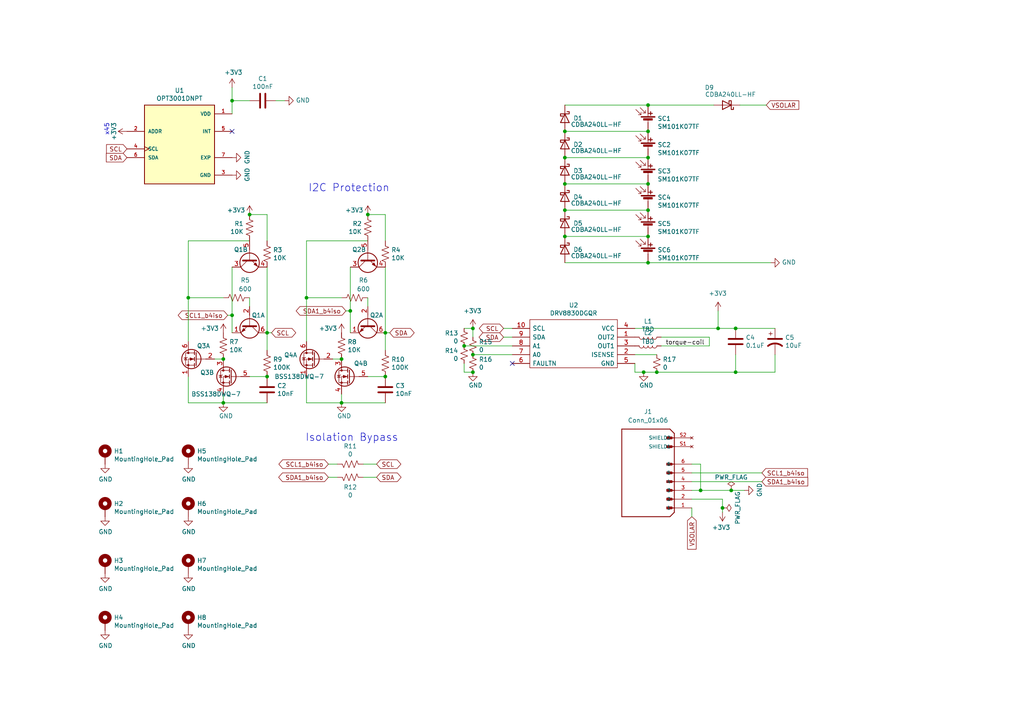
<source format=kicad_sch>
(kicad_sch (version 20211123) (generator eeschema)
  (paper "A4")
  (lib_symbols
    (symbol "Device:C" (pin_numbers hide) (pin_names (offset 0.254))
      (property "Reference" "C" (at 0.635 2.54 0))
      (property "Value" "Device_C" (at 0.635 -2.54 0))
      (symbol "C_0_1"
        (polyline (pts (xy -2.032 -0.762) (xy 2.032 -0.762)) (stroke (width 0.508)))
        (polyline (pts (xy -2.032 0.762) (xy 2.032 0.762)) (stroke (width 0.508)))
      )
      (symbol "C_1_1"
        (pin passive line (at 0 3.81 270) (length 2.794) (name "~") (number "1"))
        (pin passive line (at 0 -3.81 90) (length 2.794) (name "~") (number "2"))
      )
    )
    (symbol "Device:CP1" (pin_numbers hide) (pin_names (offset 0.254) hide)
      (property "Reference" "C" (at 0.635 2.54 0))
      (property "Value" "Device_CP1" (at 0.635 -2.54 0))
      (symbol "CP1_0_1"
        (polyline (pts (xy -2.032 0.762) (xy 2.032 0.762)) (stroke (width 0.508)))
        (polyline (pts (xy -1.778 2.286) (xy -0.762 2.286)))
        (polyline (pts (xy -1.27 1.778) (xy -1.27 2.794)))
        (arc (start 2.032 -1.27) (mid 0 -0.5572) (end -2.032 -1.27) (stroke (width 0.508)))
      )
      (symbol "CP1_1_1"
        (pin passive line (at 0 3.81 270) (length 2.794) (name "~") (number "1"))
        (pin passive line (at 0 -3.81 90) (length 3.302) (name "~") (number "2"))
      )
    )
    (symbol "Device:D_Schottky" (pin_numbers hide) (pin_names (offset 1.016) hide)
      (property "Reference" "D" (at 0 2.54 0))
      (property "Value" "Device_D_Schottky" (at 0 -2.54 0))
      (symbol "D_Schottky_0_1"
        (polyline (pts (xy 1.27 0) (xy -1.27 0)))
        (polyline (pts (xy 1.27 1.27) (xy 1.27 -1.27) (xy -1.27 0) (xy 1.27 1.27)) (stroke (width 0.254)))
        (polyline (pts (xy -1.905 0.635) (xy -1.905 1.27) (xy -1.27 1.27) (xy -1.27 -1.27) (xy -0.635 -1.27) (xy -0.635 -0.635)) (stroke (width 0.254)))
      )
      (symbol "D_Schottky_1_1"
        (pin passive line (at -3.81 0 0) (length 2.54) (name "K") (number "1"))
        (pin passive line (at 3.81 0 180) (length 2.54) (name "A") (number "2"))
      )
    )
    (symbol "Device:L" (pin_numbers hide) (pin_names (offset 1.016) hide)
      (property "Reference" "L" (at -1.27 0 90))
      (property "Value" "L" (at 1.905 0 90))
      (symbol "L_0_1"
        (arc (start 0 -2.54) (mid 0.635 -1.905) (end 0 -1.27))
        (arc (start 0 -1.27) (mid 0.635 -0.635) (end 0 0))
        (arc (start 0 0) (mid 0.635 0.635) (end 0 1.27))
        (arc (start 0 1.27) (mid 0.635 1.905) (end 0 2.54))
      )
      (symbol "L_1_1"
        (pin passive line (at 0 3.81 270) (length 1.27) (name "1") (number "1"))
        (pin passive line (at 0 -3.81 90) (length 1.27) (name "2") (number "2"))
      )
    )
    (symbol "Device:R_Small_US" (pin_numbers hide) (pin_names (offset 0.254) hide)
      (property "Reference" "R" (at 0.762 0.508 0))
      (property "Value" "R_Small_US" (at 0.762 -1.016 0))
      (symbol "R_Small_US_1_1"
        (polyline (pts (xy 0 0) (xy 1.016 -0.381) (xy 0 -0.762) (xy -1.016 -1.143) (xy 0 -1.524)))
        (polyline (pts (xy 0 1.524) (xy 1.016 1.143) (xy 0 0.762) (xy -1.016 0.381) (xy 0 0)))
        (pin passive line (at 0 2.54 270) (length 1.016) (name "~") (number "1"))
        (pin passive line (at 0 -2.54 90) (length 1.016) (name "~") (number "2"))
      )
    )
    (symbol "Device:R_US" (pin_numbers hide) (pin_names (offset 0))
      (property "Reference" "R" (at 2.54 0 90))
      (property "Value" "Device_R_US" (at -2.54 0 90))
      (symbol "R_US_0_1"
        (polyline (pts (xy 0 -2.286) (xy 0 -2.54)))
        (polyline (pts (xy 0 2.286) (xy 0 2.54)))
        (polyline (pts (xy 0 -0.762) (xy 1.016 -1.143) (xy 0 -1.524) (xy -1.016 -1.905) (xy 0 -2.286)))
        (polyline (pts (xy 0 0.762) (xy 1.016 0.381) (xy 0 0) (xy -1.016 -0.381) (xy 0 -0.762)))
        (polyline (pts (xy 0 2.286) (xy 1.016 1.905) (xy 0 1.524) (xy -1.016 1.143) (xy 0 0.762)))
      )
      (symbol "R_US_1_1"
        (pin passive line (at 0 3.81 270) (length 1.27) (name "~") (number "1"))
        (pin passive line (at 0 -3.81 90) (length 1.27) (name "~") (number "2"))
      )
    )
    (symbol "Device:Solar_Cell" (pin_numbers hide) (pin_names (offset 0) hide)
      (property "Reference" "SC" (at 2.54 2.54 0))
      (property "Value" "Device_Solar_Cell" (at 2.54 0 0))
      (symbol "Solar_Cell_0_1"
        (rectangle (start -2.032 1.778) (end 2.032 1.524) (fill (type outline)))
        (rectangle (start -1.3208 1.1938) (end 1.27 0.6858) (fill (type outline)))
        (polyline (pts (xy -2.032 2.286) (xy -3.556 3.81)))
        (polyline (pts (xy -0.762 2.794) (xy -2.286 4.318)))
        (polyline (pts (xy 0 0.762) (xy 0 0)))
        (polyline (pts (xy 0 1.778) (xy 0 2.54)))
        (polyline (pts (xy 0.254 2.667) (xy 1.27 2.667)) (stroke (width 0.254)))
        (polyline (pts (xy 0.762 3.175) (xy 0.762 2.159)) (stroke (width 0.254)))
        (polyline (pts (xy -2.032 3.048) (xy -2.032 2.286) (xy -2.794 2.286)))
        (polyline (pts (xy -0.762 3.556) (xy -0.762 2.794) (xy -1.524 2.794)))
      )
      (symbol "Solar_Cell_1_1"
        (pin passive line (at 0 5.08 270) (length 2.54) (name "+") (number "1"))
        (pin passive line (at 0 -2.54 90) (length 2.54) (name "-") (number "2"))
      )
    )
    (symbol "Mechanical:MountingHole_Pad" (pin_numbers hide) (pin_names (offset 1.016) hide)
      (property "Reference" "H" (at 0 6.35 0))
      (property "Value" "Mechanical_MountingHole_Pad" (at 0 4.445 0))
      (symbol "MountingHole_Pad_0_1"
        (circle (center 0 1.27) (radius 1.27) (stroke (width 1.27)))
      )
      (symbol "MountingHole_Pad_1_1"
        (pin input line (at 0 -2.54 90) (length 2.54) (name "1") (number "1"))
      )
    )
    (symbol "Transistor_BJT:MBT2222ADW1T1" (pin_names (offset 0) hide)
      (property "Reference" "Q" (at 5.08 1.27 0))
      (property "Value" "MBT2222ADW1T1" (at 5.08 -1.27 0))
      (symbol "MBT2222ADW1T1_0_1"
        (polyline (pts (xy 0.635 0) (xy -2.54 0)))
        (polyline (pts (xy 0.635 0.635) (xy 2.54 2.54)))
        (polyline (pts (xy 0.635 -0.635) (xy 2.54 -2.54) (xy 2.54 -2.54)))
        (polyline (pts (xy 0.635 1.905) (xy 0.635 -1.905) (xy 0.635 -1.905)) (stroke (width 0.508)))
        (polyline (pts (xy 1.27 -1.778) (xy 1.778 -1.27) (xy 2.286 -2.286) (xy 1.27 -1.778) (xy 1.27 -1.778)) (fill (type outline)))
        (circle (center 1.27 0) (radius 2.8194) (stroke (width 0.254)))
      )
      (symbol "MBT2222ADW1T1_1_1"
        (pin passive line (at 2.54 -5.08 90) (length 2.54) (name "E1") (number "1"))
        (pin input line (at -5.08 0 0) (length 2.54) (name "B1") (number "2"))
        (pin passive line (at 2.54 5.08 270) (length 2.54) (name "C1") (number "6"))
      )
      (symbol "MBT2222ADW1T1_2_1"
        (pin passive line (at 2.54 5.08 270) (length 2.54) (name "C2") (number "3"))
        (pin passive line (at 2.54 -5.08 90) (length 2.54) (name "E2") (number "4"))
        (pin input line (at -5.08 0 0) (length 2.54) (name "B2") (number "5"))
      )
    )
    (symbol "power:+3.3V" (power) (pin_names (offset 0))
      (property "Value" "power_+3.3V" (at 0 3.556 0))
      (symbol "+3.3V_0_1"
        (polyline (pts (xy -0.762 1.27) (xy 0 2.54)))
        (polyline (pts (xy 0 0) (xy 0 2.54)))
        (polyline (pts (xy 0 2.54) (xy 0.762 1.27)))
      )
      (symbol "+3.3V_1_1"
        (pin power_in line (at 0 0 90) (length 0) hide (name "+3V3") (number "1"))
      )
    )
    (symbol "power:GND" (power) (pin_names (offset 0))
      (property "Value" "power_GND" (at 0 -3.81 0))
      (symbol "GND_0_1"
        (polyline (pts (xy 0 0) (xy 0 -1.27) (xy 1.27 -1.27) (xy 0 -2.54) (xy -1.27 -1.27) (xy 0 -1.27)))
      )
      (symbol "GND_1_1"
        (pin power_in line (at 0 0 270) (length 0) hide (name "GND") (number "1"))
      )
    )
    (symbol "power:PWR_FLAG" (power) (pin_numbers hide) (pin_names (offset 0) hide)
      (property "Value" "power_PWR_FLAG" (at 0 3.81 0))
      (symbol "PWR_FLAG_0_0"
        (pin power_out line (at 0 0 90) (length 0) (name "pwr") (number "1"))
      )
      (symbol "PWR_FLAG_0_1"
        (polyline (pts (xy 0 0) (xy 0 1.27) (xy -1.016 1.905) (xy 0 2.54) (xy 1.016 1.905) (xy 0 1.27)))
      )
    )
    (symbol "sapling:2053380006" (pin_names (offset 1.016))
      (property "Reference" "J" (at -7.62 13.97 0))
      (property "Value" "sapling_2053380006" (at -7.62 -15.24 0))
      (symbol "2053380006_0_0"
        (rectangle (start -6.985 -10.4648) (end -5.3848 -9.8298) (fill (type outline)))
        (rectangle (start -6.985 -7.9248) (end -5.3848 -7.2898) (fill (type outline)))
        (rectangle (start -6.985 -2.8448) (end -5.3848 -2.2098) (fill (type outline)))
        (rectangle (start -6.985 -0.3048) (end -5.3848 0.3048) (fill (type outline)))
        (rectangle (start -6.985 2.2098) (end -5.3848 2.8448) (fill (type outline)))
        (rectangle (start -6.985 4.7498) (end -5.3848 5.3848) (fill (type outline)))
        (rectangle (start -6.985 7.2898) (end -5.3848 7.9248) (fill (type outline)))
        (rectangle (start -6.985 9.8298) (end -5.3848 10.4648) (fill (type outline)))
        (polyline (pts (xy -7.62 -11.43) (xy -6.35 -12.7)) (stroke (width 0.254)))
        (polyline (pts (xy -7.62 -10.16) (xy -5.715 -10.16)) (stroke (width 0.254)))
        (polyline (pts (xy -7.62 -7.62) (xy -5.715 -7.62)) (stroke (width 0.254)))
        (polyline (pts (xy -7.62 -2.54) (xy -7.62 -11.43)) (stroke (width 0.254)))
        (polyline (pts (xy -7.62 -2.54) (xy -5.715 -2.54)) (stroke (width 0.254)))
        (polyline (pts (xy -7.62 0) (xy -7.62 -2.54)) (stroke (width 0.254)))
        (polyline (pts (xy -7.62 0) (xy -5.715 0)) (stroke (width 0.254)))
        (polyline (pts (xy -7.62 2.54) (xy -7.62 0)) (stroke (width 0.254)))
        (polyline (pts (xy -7.62 2.54) (xy -5.715 2.54)) (stroke (width 0.254)))
        (polyline (pts (xy -7.62 5.08) (xy -7.62 2.54)) (stroke (width 0.254)))
        (polyline (pts (xy -7.62 5.08) (xy -5.715 5.08)) (stroke (width 0.254)))
        (polyline (pts (xy -7.62 7.62) (xy -5.715 7.62)) (stroke (width 0.254)))
        (polyline (pts (xy -7.62 10.16) (xy -5.715 10.16)) (stroke (width 0.254)))
        (polyline (pts (xy -7.62 11.43) (xy -7.62 5.08)) (stroke (width 0.254)))
        (polyline (pts (xy -7.62 11.43) (xy -6.35 12.7)) (stroke (width 0.254)))
        (polyline (pts (xy -6.35 -12.7) (xy 7.62 -12.7)) (stroke (width 0.254)))
        (polyline (pts (xy 7.62 -12.7) (xy 7.62 12.7)) (stroke (width 0.254)))
        (polyline (pts (xy 7.62 12.7) (xy -6.35 12.7)) (stroke (width 0.254)))
        (pin passive line (at -12.7 10.16 0) (length 5.08) (name "1") (number "1"))
        (pin passive line (at -12.7 7.62 0) (length 5.08) (name "2") (number "2"))
        (pin passive line (at -12.7 5.08 0) (length 5.08) (name "3") (number "3"))
        (pin passive line (at -12.7 2.54 0) (length 5.08) (name "4") (number "4"))
        (pin passive line (at -12.7 0 0) (length 5.08) (name "5") (number "5"))
        (pin passive line (at -12.7 -2.54 0) (length 5.08) (name "6") (number "6"))
        (pin no_connect line (at -12.7 -7.62 0) (length 5.08) (name "SHIELD1") (number "S1"))
        (pin no_connect line (at -12.7 -10.16 0) (length 5.08) (name "SHIELD2") (number "S2"))
      )
    )
    (symbol "sapling:BSS138DWQ-7" (pin_names (offset 0.762) hide)
      (property "Reference" "Q" (at -2.54 5.08 0))
      (property "Value" "BSS138DWQ-7" (at 3.81 6.35 0))
      (symbol "BSS138DWQ-7_1_1"
        (polyline (pts (xy -1.016 0) (xy -3.81 0)))
        (polyline (pts (xy -1.016 1.905) (xy -1.016 -1.905)) (stroke (width 0.254)))
        (polyline (pts (xy -0.508 -1.27) (xy -0.508 -2.286)) (stroke (width 0.254)))
        (polyline (pts (xy -0.508 0.508) (xy -0.508 -0.508)) (stroke (width 0.254)))
        (polyline (pts (xy -0.508 2.286) (xy -0.508 1.27)) (stroke (width 0.254)))
        (polyline (pts (xy 1.27 2.54) (xy 1.27 1.778)))
        (polyline (pts (xy 1.27 -2.54) (xy 1.27 0) (xy -0.508 0)))
        (polyline (pts (xy -0.508 -1.778) (xy 2.032 -1.778) (xy 2.032 1.778) (xy -0.508 1.778)))
        (polyline (pts (xy -0.254 0) (xy 0.762 0.381) (xy 0.762 -0.381) (xy -0.254 0)) (fill (type outline)))
        (polyline (pts (xy 1.524 0.508) (xy 1.651 0.381) (xy 2.413 0.381) (xy 2.54 0.254)))
        (polyline (pts (xy 2.032 0.381) (xy 1.651 -0.254) (xy 2.413 -0.254) (xy 2.032 0.381)))
        (circle (center 0.381 0) (radius 2.794) (stroke (width 0.254)))
        (circle (center 1.27 -1.778) (radius 0.254) (fill (type outline)))
        (circle (center 1.27 1.778) (radius 0.254) (fill (type outline)))
        (pin passive line (at 1.27 -5.08 90) (length 2.54) (name "S2") (number "1"))
        (pin input line (at -6.35 0 0) (length 2.54) (name "G2") (number "2"))
        (pin passive line (at 1.27 5.08 270) (length 2.54) (name "D1") (number "6"))
      )
      (symbol "BSS138DWQ-7_2_1"
        (polyline (pts (xy -1.016 0) (xy -3.81 0)))
        (polyline (pts (xy -1.016 1.905) (xy -1.016 -1.905)) (stroke (width 0.254)))
        (polyline (pts (xy -0.508 -1.27) (xy -0.508 -2.286)) (stroke (width 0.254)))
        (polyline (pts (xy -0.508 0.508) (xy -0.508 -0.508)) (stroke (width 0.254)))
        (polyline (pts (xy -0.508 2.286) (xy -0.508 1.27)) (stroke (width 0.254)))
        (polyline (pts (xy 1.27 2.54) (xy 1.27 1.778)))
        (polyline (pts (xy 1.27 -2.54) (xy 1.27 0) (xy -0.508 0)))
        (polyline (pts (xy -0.508 -1.778) (xy 2.032 -1.778) (xy 2.032 1.778) (xy -0.508 1.778)))
        (polyline (pts (xy -0.254 0) (xy 0.762 0.381) (xy 0.762 -0.381) (xy -0.254 0)) (fill (type outline)))
        (polyline (pts (xy 1.524 0.508) (xy 1.651 0.381) (xy 2.413 0.381) (xy 2.54 0.254)))
        (polyline (pts (xy 2.032 0.381) (xy 1.651 -0.254) (xy 2.413 -0.254) (xy 2.032 0.381)))
        (circle (center 0.381 0) (radius 2.794) (stroke (width 0.254)))
        (circle (center 1.27 -1.778) (radius 0.254) (fill (type outline)))
        (circle (center 1.27 1.778) (radius 0.254) (fill (type outline)))
        (pin passive line (at 1.27 5.08 270) (length 2.54) (name "D2") (number "3"))
        (pin passive line (at 1.27 -5.08 90) (length 2.54) (name "S1") (number "4"))
        (pin input line (at -6.35 0 0) (length 2.54) (name "G1") (number "5"))
      )
    )
    (symbol "sapling:OPT3001DNPT" (pin_names (offset 1.016))
      (property "Reference" "U" (at -10.16 13.97 0))
      (property "Value" "sapling_OPT3001DNPT" (at -6.35 -12.7 0))
      (symbol "OPT3001DNPT_0_0"
        (rectangle (start -10.16 -10.16) (end 10.16 12.7) (stroke (width 0.254)) (fill (type background)))
        (pin power_in line (at 15.24 10.16 180) (length 5.08) (name "VDD") (number "1"))
        (pin input line (at -15.24 5.08 0) (length 5.08) (name "ADDR") (number "2"))
        (pin power_in line (at 15.24 -7.62 180) (length 5.08) (name "GND") (number "3"))
        (pin input clock (at -15.24 0 0) (length 5.08) (name "SCL") (number "4"))
        (pin output line (at 15.24 5.08 180) (length 5.08) (name "INT") (number "5"))
        (pin bidirectional line (at -15.24 -2.54 0) (length 5.08) (name "SDA") (number "6"))
        (pin passive line (at 15.24 -2.54 180) (length 5.08) (name "EXP") (number "7"))
      )
    )
    (symbol "sapling:symbols_DRV8830DGQR" (pin_names (offset 0.762))
      (property "Reference" "U" (at 0 10.16 0))
      (property "Value" "symbols_DRV8830DGQR" (at -7.62 -7.62 0))
      (symbol "symbols_DRV8830DGQR_0_0"
        (pin output line (at -17.78 2.54 0) (length 5.08) (name "OUT2") (number "1"))
        (pin input line (at 17.78 5.08 180) (length 5.08) (name "SCL") (number "10"))
        (pin bidirectional line (at -17.78 -2.54 0) (length 5.08) (name "ISENSE") (number "2"))
        (pin output line (at -17.78 0 0) (length 5.08) (name "OUT1") (number "3"))
        (pin power_in line (at -17.78 5.08 0) (length 5.08) (name "VCC") (number "4"))
        (pin power_in line (at -17.78 -5.08 0) (length 5.08) (name "GND") (number "5"))
        (pin open_collector line (at 17.78 -5.08 180) (length 5.08) (name "FAULTN") (number "6"))
        (pin input line (at 17.78 -2.54 180) (length 5.08) (name "A0") (number "7"))
        (pin input line (at 17.78 0 180) (length 5.08) (name "A1") (number "8"))
        (pin bidirectional line (at 17.78 2.54 180) (length 5.08) (name "SDA") (number "9"))
      )
      (symbol "symbols_DRV8830DGQR_0_1"
        (rectangle (start -12.7 7.62) (end 12.7 -6.35))
      )
    )
  )
  (junction (at 163.83 60.96))
  (junction (at 209.55 147.32))
  (junction (at 187.96 53.34))
  (junction (at 213.36 95.25))
  (junction (at 134.62 100.33))
  (junction (at 187.96 60.96))
  (junction (at 163.83 68.58))
  (junction (at 54.61 86.36))
  (junction (at 187.96 68.58))
  (junction (at 77.47 109.22))
  (junction (at 187.96 76.2))
  (junction (at 64.77 104.14))
  (junction (at 101.6 90.17))
  (junction (at 187.96 30.48))
  (junction (at 163.83 38.1))
  (junction (at 208.28 95.25))
  (junction (at 77.47 96.52))
  (junction (at 99.06 116.84))
  (junction (at 88.9 86.36))
  (junction (at 163.83 45.72))
  (junction (at 213.36 107.95))
  (junction (at 67.31 91.44))
  (junction (at 64.77 116.84))
  (junction (at 187.96 38.1))
  (junction (at 137.16 107.95))
  (junction (at 203.2 142.24))
  (junction (at 72.39 62.23))
  (junction (at 106.68 62.23))
  (junction (at 137.16 102.87))
  (junction (at 190.5 107.95))
  (junction (at 111.76 96.52))
  (junction (at 99.06 104.14))
  (junction (at 67.31 29.21))
  (junction (at 137.16 95.25))
  (junction (at 163.83 53.34))
  (junction (at 186.69 107.95))
  (junction (at 212.09 142.24))
  (junction (at 187.96 45.72))
  (junction (at 111.76 109.22))
  (no_connect (at 148.59 105.41))
  (no_connect (at 67.31 38.1))
  (wire (pts (xy 111.76 69.85) (xy 111.76 62.23)))
  (wire (pts (xy 203.2 134.62) (xy 203.2 142.24)))
  (wire (pts (xy 146.05 97.79) (xy 148.59 97.79)))
  (wire (pts (xy 163.83 76.2) (xy 187.96 76.2)))
  (wire (pts (xy 67.31 33.02) (xy 67.31 29.21)))
  (wire (pts (xy 163.83 45.72) (xy 187.96 45.72)))
  (wire (pts (xy 64.77 104.14) (xy 62.23 104.14)))
  (wire (pts (xy 99.06 104.14) (xy 96.52 104.14)))
  (wire (pts (xy 205.74 100.33) (xy 191.77 100.33)))
  (wire (pts (xy 137.16 95.25) (xy 134.62 95.25)))
  (wire (pts (xy 101.6 77.47) (xy 101.6 90.17)))
  (wire (pts (xy 213.36 102.87) (xy 213.36 107.95)))
  (wire (pts (xy 72.39 109.22) (xy 77.47 109.22)))
  (wire (pts (xy 134.62 107.95) (xy 137.16 107.95)))
  (wire (pts (xy 97.79 134.62) (xy 95.25 134.62)))
  (wire (pts (xy 187.96 76.2) (xy 223.52 76.2)))
  (wire (pts (xy 88.9 99.06) (xy 88.9 86.36)))
  (wire (pts (xy 64.77 116.84) (xy 64.77 114.3)))
  (wire (pts (xy 100.33 90.17) (xy 101.6 90.17)))
  (wire (pts (xy 99.06 86.36) (xy 88.9 86.36)))
  (wire (pts (xy 67.31 91.44) (xy 67.31 96.52)))
  (wire (pts (xy 77.47 69.85) (xy 77.47 62.23)))
  (wire (pts (xy 97.79 138.43) (xy 95.25 138.43)))
  (wire (pts (xy 200.66 147.32) (xy 200.66 149.86)))
  (wire (pts (xy 88.9 109.22) (xy 88.9 116.84)))
  (wire (pts (xy 88.9 116.84) (xy 99.06 116.84)))
  (wire (pts (xy 106.68 88.9) (xy 106.68 86.36)))
  (wire (pts (xy 184.15 107.95) (xy 186.69 107.95)))
  (wire (pts (xy 111.76 77.47) (xy 111.76 96.52)))
  (wire (pts (xy 99.06 116.84) (xy 99.06 114.3)))
  (wire (pts (xy 200.66 144.78) (xy 209.55 144.78)))
  (wire (pts (xy 163.83 68.58) (xy 187.96 68.58)))
  (wire (pts (xy 190.5 102.87) (xy 184.15 102.87)))
  (wire (pts (xy 77.47 62.23) (xy 72.39 62.23)))
  (wire (pts (xy 137.16 97.79) (xy 137.16 95.25)))
  (wire (pts (xy 64.77 116.84) (xy 77.47 116.84)))
  (wire (pts (xy 88.9 86.36) (xy 88.9 69.85)))
  (wire (pts (xy 111.76 116.84) (xy 99.06 116.84)))
  (wire (pts (xy 205.74 97.79) (xy 205.74 100.33)))
  (wire (pts (xy 148.59 102.87) (xy 137.16 102.87)))
  (wire (pts (xy 54.61 99.06) (xy 54.61 86.36)))
  (wire (pts (xy 220.98 139.7) (xy 200.66 139.7)))
  (wire (pts (xy 67.31 29.21) (xy 67.31 25.4)))
  (wire (pts (xy 88.9 69.85) (xy 106.68 69.85)))
  (wire (pts (xy 191.77 97.79) (xy 205.74 97.79)))
  (wire (pts (xy 203.2 142.24) (xy 212.09 142.24)))
  (wire (pts (xy 163.83 53.34) (xy 187.96 53.34)))
  (wire (pts (xy 109.22 134.62) (xy 105.41 134.62)))
  (wire (pts (xy 64.77 86.36) (xy 54.61 86.36)))
  (wire (pts (xy 78.74 96.52) (xy 77.47 96.52)))
  (wire (pts (xy 209.55 147.32) (xy 209.55 148.59)))
  (wire (pts (xy 163.83 60.96) (xy 187.96 60.96)))
  (wire (pts (xy 146.05 95.25) (xy 148.59 95.25)))
  (wire (pts (xy 80.01 29.21) (xy 82.55 29.21)))
  (wire (pts (xy 54.61 109.22) (xy 54.61 116.84)))
  (wire (pts (xy 200.66 134.62) (xy 203.2 134.62)))
  (wire (pts (xy 111.76 62.23) (xy 106.68 62.23)))
  (wire (pts (xy 77.47 77.47) (xy 77.47 96.52)))
  (wire (pts (xy 134.62 100.33) (xy 148.59 100.33)))
  (wire (pts (xy 54.61 69.85) (xy 54.61 86.36)))
  (wire (pts (xy 72.39 29.21) (xy 67.31 29.21)))
  (wire (pts (xy 208.28 95.25) (xy 213.36 95.25)))
  (wire (pts (xy 213.36 107.95) (xy 190.5 107.95)))
  (wire (pts (xy 134.62 105.41) (xy 134.62 107.95)))
  (wire (pts (xy 72.39 88.9) (xy 72.39 86.36)))
  (wire (pts (xy 67.31 77.47) (xy 67.31 91.44)))
  (wire (pts (xy 208.28 90.17) (xy 208.28 95.25)))
  (wire (pts (xy 186.69 107.95) (xy 190.5 107.95)))
  (wire (pts (xy 224.79 107.95) (xy 213.36 107.95)))
  (wire (pts (xy 163.83 30.48) (xy 187.96 30.48)))
  (wire (pts (xy 224.79 102.87) (xy 224.79 107.95)))
  (wire (pts (xy 220.98 137.16) (xy 200.66 137.16)))
  (wire (pts (xy 163.83 38.1) (xy 187.96 38.1)))
  (wire (pts (xy 111.76 101.6) (xy 111.76 96.52)))
  (wire (pts (xy 200.66 142.24) (xy 203.2 142.24)))
  (wire (pts (xy 209.55 144.78) (xy 209.55 147.32)))
  (wire (pts (xy 106.68 109.22) (xy 111.76 109.22)))
  (wire (pts (xy 214.63 30.48) (xy 222.25 30.48)))
  (wire (pts (xy 113.03 96.52) (xy 111.76 96.52)))
  (wire (pts (xy 66.04 91.44) (xy 67.31 91.44)))
  (wire (pts (xy 212.09 142.24) (xy 215.9 142.24)))
  (wire (pts (xy 213.36 95.25) (xy 224.79 95.25)))
  (wire (pts (xy 184.15 105.41) (xy 184.15 107.95)))
  (wire (pts (xy 54.61 69.85) (xy 72.39 69.85)))
  (wire (pts (xy 54.61 116.84) (xy 64.77 116.84)))
  (wire (pts (xy 207.01 30.48) (xy 187.96 30.48)))
  (wire (pts (xy 101.6 90.17) (xy 101.6 96.52)))
  (wire (pts (xy 184.15 95.25) (xy 208.28 95.25)))
  (wire (pts (xy 109.22 138.43) (xy 105.41 138.43)))
  (wire (pts (xy 77.47 101.6) (xy 77.47 96.52)))
  (text "x45" (at 31.75 39.37 90) (effects (font (size 1.27 1.27)) (justify left bottom)))
  (text "Isolation Bypass" (at 115.57 128.27 180) (effects (font (size 2.159 2.159)) (justify right bottom)))
  (text "I2C Protection" (at 113.03 55.88 180) (effects (font (size 2.159 2.159)) (justify right bottom)))
  (label "torque-coil" (at 193.04 100.33 0))
  (global_label "SDA" (shape bidirectional) (at 113.03 96.52 0) (property "Intersheet References" "${INTERSHEET_REFS}" (effects hide)))
  (global_label "SDA" (shape bidirectional) (at 109.22 138.43 0) (property "Intersheet References" "${INTERSHEET_REFS}" (effects hide)))
  (global_label "SCL" (shape bidirectional) (at 109.22 134.62 0) (property "Intersheet References" "${INTERSHEET_REFS}" (effects hide)))
  (global_label "SDA1_b4iso" (shape bidirectional) (at 100.33 90.17 180) (property "Intersheet References" "${INTERSHEET_REFS}" (effects hide)))
  (global_label "SCL" (shape input) (at 36.83 43.18 180) (property "Intersheet References" "${INTERSHEET_REFS}" (effects hide)))
  (global_label "SDA" (shape input) (at 36.83 45.72 180) (property "Intersheet References" "${INTERSHEET_REFS}" (effects hide)))
  (global_label "SDA1_b4iso" (shape bidirectional) (at 95.25 138.43 180) (property "Intersheet References" "${INTERSHEET_REFS}" (effects hide)))
  (global_label "VSOLAR" (shape input) (at 222.25 30.48 0) (property "Intersheet References" "${INTERSHEET_REFS}" (effects hide)))
  (global_label "SCL" (shape bidirectional) (at 78.74 96.52 0) (property "Intersheet References" "${INTERSHEET_REFS}" (effects hide)))
  (global_label "SCL" (shape bidirectional) (at 146.05 95.25 180) (property "Intersheet References" "${INTERSHEET_REFS}" (effects hide)))
  (global_label "SDA1_b4iso" (shape input) (at 220.98 139.7 0) (property "Intersheet References" "${INTERSHEET_REFS}" (effects hide)))
  (global_label "SCL1_b4iso" (shape input) (at 220.98 137.16 0) (property "Intersheet References" "${INTERSHEET_REFS}" (effects hide)))
  (global_label "SCL1_b4iso" (shape bidirectional) (at 66.04 91.44 180) (property "Intersheet References" "${INTERSHEET_REFS}" (effects hide)))
  (global_label "VSOLAR" (shape input) (at 200.66 149.86 270) (property "Intersheet References" "${INTERSHEET_REFS}" (effects hide)))
  (global_label "SCL1_b4iso" (shape bidirectional) (at 95.25 134.62 180) (property "Intersheet References" "${INTERSHEET_REFS}" (effects hide)))
  (global_label "SDA" (shape bidirectional) (at 146.05 97.79 180) (property "Intersheet References" "${INTERSHEET_REFS}" (effects hide)))
  (symbol (lib_id "Device:D_Schottky") (at 210.82 30.48 180) (unit 1)
    (property "Reference" "D9" (at 205.74 25.4 0))
    (property "Value" "CDBA240LL-HF" (at 204.47 26.67 0) (effects (justify right bottom)))
    (property "Footprint" "sapling:DO-214AC" (effects hide))
  )
  (symbol (lib_id "Device:D_Schottky") (at 163.83 41.91 270) (unit 1)
    (property "Reference" "D2" (at 167.64 41.91 90))
    (property "Value" "CDBA240LL-HF" (at 180.34 44.45 90) (effects (justify right bottom)))
    (property "Footprint" "sapling:DO-214AC" (effects hide))
  )
  (symbol (lib_id "Device:D_Schottky") (at 163.83 49.53 270) (unit 1)
    (property "Reference" "D3" (at 167.64 49.53 90))
    (property "Value" "CDBA240LL-HF" (at 180.34 52.07 90) (effects (justify right bottom)))
    (property "Footprint" "sapling:DO-214AC" (effects hide))
  )
  (symbol (lib_id "Device:C") (at 76.2 29.21 90) (unit 1)
    (property "Reference" "C1" (at 76.2 22.8092 90))
    (property "Value" "100nF" (at 76.2 25.1206 90))
    (property "Footprint" "Capacitor_SMD:C_0603_1608Metric" (effects hide))
  )
  (symbol (lib_id "power:+3.3V") (at 36.83 38.1 90) (unit 1)
    (property "Reference" "#PWR0107" (effects hide))
    (property "Value" "+3.3V" (at 33.02 38.1 0))
  )
  (symbol (lib_id "Device:D_Schottky") (at 163.83 64.77 270) (unit 1)
    (property "Reference" "D5" (at 167.64 64.77 90))
    (property "Value" "CDBA240LL-HF" (at 180.34 67.31 90) (effects (justify right bottom)))
    (property "Footprint" "sapling:DO-214AC" (effects hide))
  )
  (symbol (lib_id "Device:Solar_Cell") (at 187.96 66.04 0) (unit 1)
    (property "Reference" "SC5" (at 190.7032 64.8716 0) (effects (justify left)))
    (property "Value" "SM101K07TF" (at 190.7032 67.183 0) (effects (justify left)))
    (property "Footprint" "sapling:SM101K07TF" (effects hide))
  )
  (symbol (lib_id "Device:D_Schottky") (at 163.83 72.39 270) (unit 1)
    (property "Reference" "D6" (at 167.64 72.39 90))
    (property "Value" "CDBA240LL-HF" (at 180.34 74.93 90) (effects (justify right bottom)))
    (property "Footprint" "sapling:DO-214AC" (effects hide))
  )
  (symbol (lib_id "Device:Solar_Cell") (at 187.96 73.66 0) (unit 1)
    (property "Reference" "SC6" (at 190.7032 72.4916 0) (effects (justify left)))
    (property "Value" "SM101K07TF" (at 190.7032 74.803 0) (effects (justify left)))
    (property "Footprint" "sapling:SM101K07TF" (effects hide))
  )
  (symbol (lib_id "power:GND") (at 82.55 29.21 90) (unit 1)
    (property "Reference" "#PWR0103" (effects hide))
    (property "Value" "GND" (at 85.8012 29.083 90) (effects (justify right)))
  )
  (symbol (lib_id "power:GND") (at 223.52 76.2 90) (unit 1)
    (property "Reference" "#PWR0109" (effects hide))
    (property "Value" "GND" (at 226.7712 76.073 90) (effects (justify right)))
  )
  (symbol (lib_id "sapling:2053380006") (at 187.96 137.16 180) (unit 1)
    (property "Reference" "J1" (at 187.96 119.38 0))
    (property "Value" "Conn_01x06" (at 187.96 121.92 0))
    (property "Footprint" "sapling:MOLEX_2053380006" (effects hide))
  )
  (symbol (lib_id "power:GND") (at 215.9 142.24 90) (unit 1)
    (property "Reference" "#PWR0110" (effects hide))
    (property "Value" "GND" (at 220.2942 142.113 0))
  )
  (symbol (lib_id "power:GND") (at 67.31 50.8 90) (unit 1)
    (property "Reference" "#PWR0112" (effects hide))
    (property "Value" "GND" (at 71.7042 50.673 0))
  )
  (symbol (lib_id "Mechanical:MountingHole_Pad") (at 30.48 132.08 0) (unit 1)
    (property "Reference" "H1" (at 33.02 130.8354 0) (effects (justify left)))
    (property "Value" "MountingHole_Pad" (at 33.02 133.1468 0) (effects (justify left)))
    (property "Footprint" "MountingHole:MountingHole_2.2mm_M2_DIN965_Pad_TopBottom" (effects hide))
  )
  (symbol (lib_id "power:GND") (at 30.48 134.62 0) (unit 1)
    (property "Reference" "#PWR01" (effects hide))
    (property "Value" "GND" (at 30.607 139.0142 0))
  )
  (symbol (lib_id "Mechanical:MountingHole_Pad") (at 54.61 132.08 0) (unit 1)
    (property "Reference" "H5" (at 57.15 130.8354 0) (effects (justify left)))
    (property "Value" "MountingHole_Pad" (at 57.15 133.1468 0) (effects (justify left)))
    (property "Footprint" "MountingHole:MountingHole_2.2mm_M2_DIN965_Pad_TopBottom" (effects hide))
  )
  (symbol (lib_id "power:GND") (at 54.61 134.62 0) (unit 1)
    (property "Reference" "#PWR05" (effects hide))
    (property "Value" "GND" (at 54.737 139.0142 0))
  )
  (symbol (lib_id "Mechanical:MountingHole_Pad") (at 30.48 147.32 0) (unit 1)
    (property "Reference" "H2" (at 33.02 146.0754 0) (effects (justify left)))
    (property "Value" "MountingHole_Pad" (at 33.02 148.3868 0) (effects (justify left)))
    (property "Footprint" "MountingHole:MountingHole_2.2mm_M2_DIN965_Pad_TopBottom" (effects hide))
  )
  (symbol (lib_id "power:GND") (at 30.48 149.86 0) (unit 1)
    (property "Reference" "#PWR02" (effects hide))
    (property "Value" "GND" (at 30.607 154.2542 0))
  )
  (symbol (lib_id "Mechanical:MountingHole_Pad") (at 54.61 147.32 0) (unit 1)
    (property "Reference" "H6" (at 57.15 146.0754 0) (effects (justify left)))
    (property "Value" "MountingHole_Pad" (at 57.15 148.3868 0) (effects (justify left)))
    (property "Footprint" "MountingHole:MountingHole_2.2mm_M2_DIN965_Pad_TopBottom" (effects hide))
  )
  (symbol (lib_id "power:GND") (at 54.61 149.86 0) (unit 1)
    (property "Reference" "#PWR06" (effects hide))
    (property "Value" "GND" (at 54.737 154.2542 0))
  )
  (symbol (lib_id "Mechanical:MountingHole_Pad") (at 30.48 163.83 0) (unit 1)
    (property "Reference" "H3" (at 33.02 162.5854 0) (effects (justify left)))
    (property "Value" "MountingHole_Pad" (at 33.02 164.8968 0) (effects (justify left)))
    (property "Footprint" "MountingHole:MountingHole_2.2mm_M2_DIN965_Pad_TopBottom" (effects hide))
  )
  (symbol (lib_id "power:GND") (at 30.48 166.37 0) (unit 1)
    (property "Reference" "#PWR03" (effects hide))
    (property "Value" "GND" (at 30.607 170.7642 0))
  )
  (symbol (lib_id "Mechanical:MountingHole_Pad") (at 54.61 163.83 0) (unit 1)
    (property "Reference" "H7" (at 57.15 162.5854 0) (effects (justify left)))
    (property "Value" "MountingHole_Pad" (at 57.15 164.8968 0) (effects (justify left)))
    (property "Footprint" "MountingHole:MountingHole_2.2mm_M2_DIN965_Pad_TopBottom" (effects hide))
  )
  (symbol (lib_id "power:GND") (at 54.61 166.37 0) (unit 1)
    (property "Reference" "#PWR07" (effects hide))
    (property "Value" "GND" (at 54.737 170.7642 0))
  )
  (symbol (lib_id "Mechanical:MountingHole_Pad") (at 30.48 180.34 0) (unit 1)
    (property "Reference" "H4" (at 33.02 179.0954 0) (effects (justify left)))
    (property "Value" "MountingHole_Pad" (at 33.02 181.4068 0) (effects (justify left)))
    (property "Footprint" "MountingHole:MountingHole_2.2mm_M2_DIN965_Pad_TopBottom" (effects hide))
  )
  (symbol (lib_id "power:GND") (at 30.48 182.88 0) (unit 1)
    (property "Reference" "#PWR04" (effects hide))
    (property "Value" "GND" (at 30.607 187.2742 0))
  )
  (symbol (lib_id "Mechanical:MountingHole_Pad") (at 54.61 180.34 0) (unit 1)
    (property "Reference" "H8" (at 57.15 179.0954 0) (effects (justify left)))
    (property "Value" "MountingHole_Pad" (at 57.15 181.4068 0) (effects (justify left)))
    (property "Footprint" "MountingHole:MountingHole_2.2mm_M2_DIN965_Pad_TopBottom" (effects hide))
  )
  (symbol (lib_id "power:GND") (at 54.61 182.88 0) (unit 1)
    (property "Reference" "#PWR08" (effects hide))
    (property "Value" "GND" (at 54.737 187.2742 0))
  )
  (symbol (lib_id "Device:D_Schottky") (at 163.83 34.29 270) (unit 1)
    (property "Reference" "D1" (at 167.64 34.29 90))
    (property "Value" "CDBA240LL-HF" (at 180.34 36.83 90) (effects (justify right bottom)))
    (property "Footprint" "sapling:DO-214AC" (effects hide))
  )
  (symbol (lib_id "Device:Solar_Cell") (at 187.96 43.18 0) (unit 1)
    (property "Reference" "SC2" (at 190.7032 42.0116 0) (effects (justify left)))
    (property "Value" "SM101K07TF" (at 190.7032 44.323 0) (effects (justify left)))
    (property "Footprint" "sapling:SM101K07TF" (effects hide))
  )
  (symbol (lib_id "Device:Solar_Cell") (at 187.96 50.8 0) (unit 1)
    (property "Reference" "SC3" (at 190.7032 49.6316 0) (effects (justify left)))
    (property "Value" "SM101K07TF" (at 190.7032 51.943 0) (effects (justify left)))
    (property "Footprint" "sapling:SM101K07TF" (effects hide))
  )
  (symbol (lib_id "Device:D_Schottky") (at 163.83 57.15 270) (unit 1)
    (property "Reference" "D4" (at 167.64 57.15 90))
    (property "Value" "CDBA240LL-HF" (at 180.34 59.69 90) (effects (justify right bottom)))
    (property "Footprint" "sapling:DO-214AC" (effects hide))
  )
  (symbol (lib_id "Device:Solar_Cell") (at 187.96 58.42 0) (unit 1)
    (property "Reference" "SC4" (at 190.7032 57.2516 0) (effects (justify left)))
    (property "Value" "SM101K07TF" (at 190.7032 59.563 0) (effects (justify left)))
    (property "Footprint" "sapling:SM101K07TF" (effects hide))
  )
  (symbol (lib_id "sapling:OPT3001DNPT") (at 52.07 43.18 0) (unit 1)
    (property "Reference" "U1" (at 52.07 26.2382 0))
    (property "Value" "OPT3001DNPT" (at 52.07 28.5496 0))
    (property "Footprint" "sapling:OPT3001" (effects hide))
    (property "STANDARD" "IPC 7351B" (effects hide))
  )
  (symbol (lib_id "power:GND") (at 67.31 45.72 90) (unit 1)
    (property "Reference" "#PWR0101" (effects hide))
    (property "Value" "GND" (at 71.7042 45.593 0))
  )
  (symbol (lib_id "Device:Solar_Cell") (at 187.96 35.56 0) (unit 1)
    (property "Reference" "SC1" (at 190.7032 34.3916 0) (effects (justify left)))
    (property "Value" "SM101K07TF" (at 190.7032 36.703 0) (effects (justify left)))
    (property "Footprint" "sapling:SM101K07TF" (effects hide))
  )
  (symbol (lib_id "power:+3.3V") (at 67.31 25.4 0) (unit 1)
    (property "Reference" "#PWR0102" (effects hide))
    (property "Value" "+3.3V" (at 67.691 21.0058 0))
  )
  (symbol (lib_id "power:+3.3V") (at 209.55 148.59 180) (unit 1)
    (property "Reference" "#PWR0111" (effects hide))
    (property "Value" "+3.3V" (at 209.169 152.9842 0))
  )
  (symbol (lib_id "power:PWR_FLAG") (at 209.55 147.32 270) (unit 1)
    (property "Reference" "#FLG0101" (effects hide))
    (property "Value" "PWR_FLAG" (at 213.9442 147.32 0))
  )
  (symbol (lib_id "power:PWR_FLAG") (at 212.09 142.24 0) (unit 1)
    (property "Reference" "#FLG0102" (effects hide))
    (property "Value" "PWR_FLAG" (at 212.09 138.43 0))
  )
  (symbol (lib_id "Device:R_US") (at 72.39 66.04 0) (unit 1)
    (property "Reference" "R1" (at 70.6628 64.8716 0) (effects (justify right)))
    (property "Value" "10K" (at 70.6628 67.183 0) (effects (justify right)))
    (property "Footprint" "Resistor_SMD:R_0603_1608Metric" (effects hide))
  )
  (symbol (lib_id "Transistor_BJT:MBT2222ADW1T1") (at 72.39 93.98 270) (unit 1)
    (property "Reference" "Q1" (at 74.93 91.44 90))
    (property "Value" "MBT2222ADW1T1" (effects hide))
    (property "Footprint" "Package_TO_SOT_SMD:SOT-363_SC-70-6" (effects hide))
    (property "Datasheet" "http://www.onsemi.com/pub_link/Collateral/MBT2222ADW1T1-D.PDF" (effects hide))
  )
  (symbol (lib_id "Transistor_BJT:MBT2222ADW1T1") (at 106.68 74.93 90) (mirror x) (unit 2)
    (property "Reference" "Q2" (at 104.14 72.39 90))
    (property "Value" "MBT2222ADW1T1" (effects hide))
    (property "Footprint" "Package_TO_SOT_SMD:SOT-363_SC-70-6" (effects hide))
    (property "Datasheet" "http://www.onsemi.com/pub_link/Collateral/MBT2222ADW1T1-D.PDF" (effects hide))
  )
  (symbol (lib_id "Device:R_US") (at 111.76 73.66 180) (unit 1)
    (property "Reference" "R4" (at 113.4872 72.4916 0) (effects (justify right)))
    (property "Value" "10K" (at 113.4872 74.803 0) (effects (justify right)))
    (property "Footprint" "Resistor_SMD:R_0603_1608Metric" (effects hide))
  )
  (symbol (lib_id "Device:R_US") (at 106.68 66.04 0) (unit 1)
    (property "Reference" "R2" (at 104.9528 64.8716 0) (effects (justify right)))
    (property "Value" "10K" (at 104.9528 67.183 0) (effects (justify right)))
    (property "Footprint" "Resistor_SMD:R_0603_1608Metric" (effects hide))
  )
  (symbol (lib_id "Device:R_US") (at 102.87 86.36 270) (unit 1)
    (property "Reference" "R6" (at 105.41 81.28 90))
    (property "Value" "600" (at 105.41 83.82 90))
    (property "Footprint" "Resistor_SMD:R_0603_1608Metric" (effects hide))
  )
  (symbol (lib_id "Device:C") (at 77.47 113.03 0) (unit 1)
    (property "Reference" "C2" (at 80.391 111.887 0) (effects (justify left)))
    (property "Value" "10nF" (at 80.391 114.173 0) (effects (justify left)))
    (property "Footprint" "Capacitor_SMD:C_0603_1608Metric" (effects hide))
  )
  (symbol (lib_id "power:+3.3V") (at 106.68 62.23 0) (mirror y) (unit 1)
    (property "Reference" "#PWR014" (effects hide))
    (property "Value" "+3.3V" (at 105.41 60.96 0) (effects (justify left)))
  )
  (symbol (lib_id "Device:R_Small_US") (at 134.62 97.79 180) (unit 1)
    (property "Reference" "R13" (at 132.9182 96.6216 0) (effects (justify left)))
    (property "Value" "0" (at 132.9182 98.933 0) (effects (justify left)))
    (property "Footprint" "Resistor_SMD:R_0402_1005Metric" (effects hide))
  )
  (symbol (lib_id "power:+3.3V") (at 208.28 90.17 0) (mirror y) (unit 1)
    (property "Reference" "#PWR018" (effects hide))
    (property "Value" "+3.3V" (at 210.82 85.09 0) (effects (justify left)))
  )
  (symbol (lib_id "Device:CP1") (at 224.79 99.06 0) (unit 1)
    (property "Reference" "C5" (at 227.711 97.8916 0) (effects (justify left)))
    (property "Value" "10uF" (at 227.711 100.203 0) (effects (justify left)))
    (property "Footprint" "Capacitor_SMD:C_0805_2012Metric" (effects hide))
  )
  (symbol (lib_id "sapling:BSS138DWQ-7") (at 66.04 109.22 0) (mirror y) (unit 2)
    (property "Reference" "Q3" (at 62.103 108.0516 0) (effects (justify left)))
    (property "Value" "BSS138DWQ-7" (at 69.85 114.3 0) (effects (justify left)))
    (property "Footprint" "sapling:BSS138DWQ-7" (effects hide))
    (property "Datasheet" "https://www.diodes.com/assets/Datasheets/BSS138DWQ.pdf" (effects hide))
    (property "Description" "MOSFET BSS Family" (effects hide))
    (property "Height" "1.1" (effects hide))
    (property "Manufacturer_Name" "Diodes Inc." (effects hide))
    (property "Manufacturer_Part_Number" "BSS138DWQ-7" (effects hide))
    (property "Mouser Part Number" "621-BSS138DWQ-7" (effects hide))
    (property "Mouser Price/Stock" "https://www.mouser.co.uk/ProductDetail/Diodes-Incorporated/BSS138DWQ-7?qs=nJRy1mI8RR9wz3YdMQOQIA%3D%3D" (effects hide))
  )
  (symbol (lib_id "sapling:BSS138DWQ-7") (at 100.33 109.22 0) (mirror y) (unit 2)
    (property "Reference" "Q4" (at 106.68 105.41 0) (effects (justify left)))
    (property "Value" "BSS138DWQ-7" (effects hide))
    (property "Footprint" "sapling:BSS138DWQ-7" (effects hide))
    (property "Datasheet" "https://www.diodes.com/assets/Datasheets/BSS138DWQ.pdf" (effects hide))
    (property "Description" "MOSFET BSS Family" (effects hide))
    (property "Height" "1.1" (effects hide))
    (property "Manufacturer_Name" "Diodes Inc." (effects hide))
    (property "Manufacturer_Part_Number" "BSS138DWQ-7" (effects hide))
    (property "Mouser Part Number" "621-BSS138DWQ-7" (effects hide))
    (property "Mouser Price/Stock" "https://www.mouser.co.uk/ProductDetail/Diodes-Incorporated/BSS138DWQ-7?qs=nJRy1mI8RR9wz3YdMQOQIA%3D%3D" (effects hide))
  )
  (symbol (lib_id "Device:R_US") (at 101.6 134.62 90) (mirror x) (unit 1)
    (property "Reference" "R11" (at 101.6 129.413 90))
    (property "Value" "0" (at 101.6 131.7244 90))
    (property "Footprint" "Resistor_SMD:R_0603_1608Metric" (effects hide))
  )
  (symbol (lib_id "Device:C") (at 111.76 113.03 0) (unit 1)
    (property "Reference" "C3" (at 114.681 111.887 0) (effects (justify left)))
    (property "Value" "10nF" (at 114.681 114.173 0) (effects (justify left)))
    (property "Footprint" "Capacitor_SMD:C_0603_1608Metric" (effects hide))
  )
  (symbol (lib_id "Device:R_Small_US") (at 134.62 102.87 180) (unit 1)
    (property "Reference" "R14" (at 132.9182 101.7016 0) (effects (justify left)))
    (property "Value" "0" (at 132.9182 104.013 0) (effects (justify left)))
    (property "Footprint" "Resistor_SMD:R_0402_1005Metric" (effects hide))
  )
  (symbol (lib_id "Transistor_BJT:MBT2222ADW1T1") (at 72.39 74.93 90) (mirror x) (unit 2)
    (property "Reference" "Q1" (at 69.85 72.39 90))
    (property "Value" "MBT2222ADW1T1" (effects hide))
    (property "Footprint" "Package_TO_SOT_SMD:SOT-363_SC-70-6" (effects hide))
    (property "Datasheet" "http://www.onsemi.com/pub_link/Collateral/MBT2222ADW1T1-D.PDF" (effects hide))
  )
  (symbol (lib_id "power:+3.3V") (at 137.16 95.25 0) (mirror y) (unit 1)
    (property "Reference" "#PWR015" (effects hide))
    (property "Value" "+3.3V" (at 139.7 90.17 0) (effects (justify left)))
  )
  (symbol (lib_id "sapling:BSS138DWQ-7") (at 55.88 104.14 0) (mirror y) (unit 1)
    (property "Reference" "Q3" (at 60.96 100.33 0) (effects (justify left)))
    (property "Value" "BSS138DWQ-7" (effects hide))
    (property "Footprint" "sapling:BSS138DWQ-7" (effects hide))
    (property "Datasheet" "https://www.diodes.com/assets/Datasheets/BSS138DWQ.pdf" (effects hide))
    (property "Description" "MOSFET BSS Family" (effects hide))
    (property "Height" "1.1" (effects hide))
    (property "Manufacturer_Name" "Diodes Inc." (effects hide))
    (property "Manufacturer_Part_Number" "BSS138DWQ-7" (effects hide))
    (property "Mouser Part Number" "621-BSS138DWQ-7" (effects hide))
    (property "Mouser Price/Stock" "https://www.mouser.co.uk/ProductDetail/Diodes-Incorporated/BSS138DWQ-7?qs=nJRy1mI8RR9wz3YdMQOQIA%3D%3D" (effects hide))
  )
  (symbol (lib_id "power:GND") (at 186.69 107.95 0) (mirror y) (unit 1)
    (property "Reference" "#PWR017" (effects hide))
    (property "Value" "GND" (at 185.42 111.76 0) (effects (justify right)))
  )
  (symbol (lib_id "Device:R_US") (at 64.77 100.33 180) (unit 1)
    (property "Reference" "R7" (at 66.4972 99.1616 0) (effects (justify right)))
    (property "Value" "10K" (at 66.4972 101.473 0) (effects (justify right)))
    (property "Footprint" "Resistor_SMD:R_0603_1608Metric" (effects hide))
  )
  (symbol (lib_id "Device:R_US") (at 111.76 105.41 180) (unit 1)
    (property "Reference" "R10" (at 113.4872 104.2416 0) (effects (justify right)))
    (property "Value" "100K" (at 113.4872 106.553 0) (effects (justify right)))
    (property "Footprint" "Resistor_SMD:R_0603_1608Metric" (effects hide))
  )
  (symbol (lib_id "power:GND") (at 64.77 116.84 0) (mirror y) (unit 1)
    (property "Reference" "#PWR010" (effects hide))
    (property "Value" "GND" (at 63.5 120.65 0) (effects (justify right)))
  )
  (symbol (lib_id "Device:R_Small_US") (at 137.16 105.41 180) (unit 1)
    (property "Reference" "R16" (at 138.8872 104.2416 0) (effects (justify right)))
    (property "Value" "0" (at 138.8872 106.553 0) (effects (justify right)))
    (property "Footprint" "Resistor_SMD:R_0402_1005Metric" (effects hide))
  )
  (symbol (lib_id "power:+3.3V") (at 72.39 62.23 0) (mirror y) (unit 1)
    (property "Reference" "#PWR011" (effects hide))
    (property "Value" "+3.3V" (at 71.12 60.96 0) (effects (justify left)))
  )
  (symbol (lib_id "sapling:BSS138DWQ-7") (at 90.17 104.14 0) (mirror y) (unit 1)
    (property "Reference" "Q4" (at 86.233 102.9716 0) (effects (justify left)))
    (property "Value" "BSS138DWQ-7" (at 93.98 109.22 0) (effects (justify left)))
    (property "Footprint" "sapling:BSS138DWQ-7" (effects hide))
    (property "Datasheet" "https://www.diodes.com/assets/Datasheets/BSS138DWQ.pdf" (effects hide))
    (property "Description" "MOSFET BSS Family" (effects hide))
    (property "Height" "1.1" (effects hide))
    (property "Manufacturer_Name" "Diodes Inc." (effects hide))
    (property "Manufacturer_Part_Number" "BSS138DWQ-7" (effects hide))
    (property "Mouser Part Number" "621-BSS138DWQ-7" (effects hide))
    (property "Mouser Price/Stock" "https://www.mouser.co.uk/ProductDetail/Diodes-Incorporated/BSS138DWQ-7?qs=nJRy1mI8RR9wz3YdMQOQIA%3D%3D" (effects hide))
  )
  (symbol (lib_id "Device:R_US") (at 99.06 100.33 180) (unit 1)
    (property "Reference" "R8" (at 100.7872 99.1616 0) (effects (justify right)))
    (property "Value" "10K" (at 100.7872 101.473 0) (effects (justify right)))
    (property "Footprint" "Resistor_SMD:R_0603_1608Metric" (effects hide))
  )
  (symbol (lib_id "Device:R_US") (at 68.58 86.36 90) (unit 1)
    (property "Reference" "R5" (at 71.12 81.28 90))
    (property "Value" "600" (at 71.12 83.82 90))
    (property "Footprint" "Resistor_SMD:R_0603_1608Metric" (effects hide))
  )
  (symbol (lib_id "Device:R_US") (at 77.47 105.41 180) (unit 1)
    (property "Reference" "R9" (at 79.1972 104.2416 0) (effects (justify right)))
    (property "Value" "100K" (at 79.1972 106.553 0) (effects (justify right)))
    (property "Footprint" "Resistor_SMD:R_0603_1608Metric" (effects hide))
  )
  (symbol (lib_id "power:GND") (at 137.16 107.95 0) (mirror y) (unit 1)
    (property "Reference" "#PWR016" (effects hide))
    (property "Value" "GND" (at 135.89 111.76 0) (effects (justify right)))
  )
  (symbol (lib_id "Device:R_Small_US") (at 190.5 105.41 180) (unit 1)
    (property "Reference" "R17" (at 192.2272 104.2416 0) (effects (justify right)))
    (property "Value" "0" (at 192.2272 106.553 0) (effects (justify right)))
    (property "Footprint" "Resistor_SMD:R_0402_1005Metric" (effects hide))
  )
  (symbol (lib_id "sapling:symbols_DRV8830DGQR") (at 166.37 100.33 0) (mirror y) (unit 1)
    (property "Reference" "U2" (at 166.37 88.519 0))
    (property "Value" "DRV8830DGQR" (at 166.37 90.8304 0))
    (property "Footprint" "sapling:DRV8830DGQ" (effects hide))
    (property "Datasheet" "http://www.ti.com/lit/ds/symlink/drv8830.pdf" (effects hide))
    (property "Description" "DRV8830DGQR, Motor Driver, 1A Low Voltage Motor Driver, 2.75 to 6.8V, 10-Pin MSOP PowerPAD" (effects hide))
    (property "Height" "1.1" (effects hide))
    (property "Manufacturer_Name" "Texas Instruments" (effects hide))
    (property "Manufacturer_Part_Number" "DRV8830DGQR" (effects hide))
    (property "Mouser Part Number" "595-DRV8830DGQR" (effects hide))
    (property "Mouser Price/Stock" "https://www.mouser.com/Search/Refine.aspx?Keyword=595-DRV8830DGQR" (effects hide))
    (property "RS Part Number" "7300559P" (effects hide))
    (property "RS Price/Stock" "http://uk.rs-online.com/web/p/products/7300559P" (effects hide))
  )
  (symbol (lib_id "power:GND") (at 99.06 116.84 0) (mirror y) (unit 1)
    (property "Reference" "#PWR013" (effects hide))
    (property "Value" "GND" (at 97.79 120.65 0) (effects (justify right)))
  )
  (symbol (lib_id "power:+3.3V") (at 99.06 96.52 0) (mirror y) (unit 1)
    (property "Reference" "#PWR012" (effects hide))
    (property "Value" "+3.3V" (at 97.79 95.25 0) (effects (justify left)))
  )
  (symbol (lib_id "Device:C") (at 213.36 99.06 0) (unit 1)
    (property "Reference" "C4" (at 216.281 97.8916 0) (effects (justify left)))
    (property "Value" "0.1uF" (at 216.281 100.203 0) (effects (justify left)))
    (property "Footprint" "Capacitor_SMD:C_0402_1005Metric" (effects hide))
  )
  (symbol (lib_id "Device:R_US") (at 101.6 138.43 90) (mirror x) (unit 1)
    (property "Reference" "R12" (at 101.6 141.3002 90))
    (property "Value" "0" (at 101.6 143.6116 90))
    (property "Footprint" "Resistor_SMD:R_0603_1608Metric" (effects hide))
  )
  (symbol (lib_id "Device:L") (at 187.96 100.33 270) (unit 1)
    (property "Reference" "L2" (at 187.96 96.52 90))
    (property "Value" "TBD" (at 187.96 99.06 90))
    (property "Footprint" "Inductor_SMD:L_0603_1608Metric" (effects hide))
  )
  (symbol (lib_id "Transistor_BJT:MBT2222ADW1T1") (at 106.68 93.98 270) (unit 1)
    (property "Reference" "Q2" (at 109.22 91.44 90))
    (property "Value" "MBT2222ADW1T1" (effects hide))
    (property "Footprint" "Package_TO_SOT_SMD:SOT-363_SC-70-6" (effects hide))
    (property "Datasheet" "http://www.onsemi.com/pub_link/Collateral/MBT2222ADW1T1-D.PDF" (effects hide))
  )
  (symbol (lib_id "Device:R_US") (at 77.47 73.66 180) (unit 1)
    (property "Reference" "R3" (at 79.1972 72.4916 0) (effects (justify right)))
    (property "Value" "10K" (at 79.1972 74.803 0) (effects (justify right)))
    (property "Footprint" "Resistor_SMD:R_0603_1608Metric" (effects hide))
  )
  (symbol (lib_id "power:+3.3V") (at 64.77 96.52 0) (mirror y) (unit 1)
    (property "Reference" "#PWR09" (effects hide))
    (property "Value" "+3.3V" (at 63.5 95.25 0) (effects (justify left)))
  )
  (symbol (lib_id "Device:R_Small_US") (at 137.16 100.33 180) (unit 1)
    (property "Reference" "R15" (at 138.8872 99.1616 0) (effects (justify right)))
    (property "Value" "0" (at 138.8872 101.473 0) (effects (justify right)))
    (property "Footprint" "Resistor_SMD:R_0402_1005Metric" (effects hide))
  )
  (symbol (lib_id "Device:L") (at 187.96 97.79 270) (unit 1)
    (property "Reference" "L1" (at 187.96 93.1926 90))
    (property "Value" "TBD" (at 187.96 95.504 90))
    (property "Footprint" "Inductor_SMD:L_0603_1608Metric" (effects hide))
  )
)
</source>
